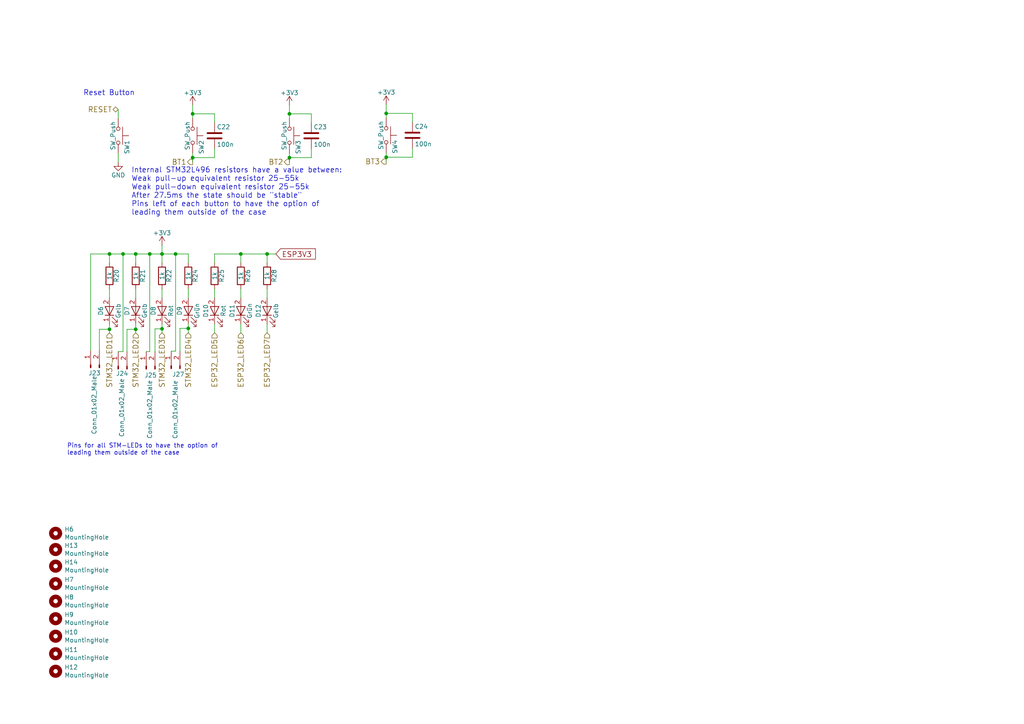
<source format=kicad_sch>
(kicad_sch (version 20200618) (host eeschema "(5.99.0-2142-ge9b99cc8b)")

  (page 1 8)

  (paper "A4")

  (title_block
    (title "RhizoTech - Motherboard - UserInterface")
    (date "2018-11-09")
    (rev "V2")
    (company "TH Köln Institut für Nachrichtentechnik")
    (comment 1 "Erstellt von Daniel Lohmann")
  )

  (lib_symbols
    (symbol "BaseCircuit_V2-rescue:C" (pin_numbers hide) (pin_names (offset 0.254))
      (property "Reference" "C" (id 0) (at 0.635 2.54 0)
        (effects (font (size 1.27 1.27)) (justify left))
      )
      (property "Value" "C" (id 1) (at 0.635 -2.54 0)
        (effects (font (size 1.27 1.27)) (justify left))
      )
      (property "Footprint" "" (id 2) (at 0.9652 -3.81 0)
        (effects (font (size 1.27 1.27)) hide)
      )
      (property "Datasheet" "" (id 3) (at 0 0 0)
        (effects (font (size 1.27 1.27)) hide)
      )
      (property "ki_fp_filters" "C_*" (id 4) (at 0 0 0)
        (effects (font (size 1.27 1.27)) hide)
      )
      (symbol "C_0_1"
        (polyline
          (pts (xy -2.032 -0.762) (xy 2.032 -0.762))
          (stroke (width 0.508)) (fill (type none))
        )
        (polyline
          (pts (xy -2.032 0.762) (xy 2.032 0.762))
          (stroke (width 0.508)) (fill (type none))
        )
      )
      (symbol "C_1_1"
        (pin passive line (at 0 3.81 270) (length 2.794)
          (name "~" (effects (font (size 1.27 1.27))))
          (number "1" (effects (font (size 1.27 1.27))))
        )
        (pin passive line (at 0 -3.81 90) (length 2.794)
          (name "~" (effects (font (size 1.27 1.27))))
          (number "2" (effects (font (size 1.27 1.27))))
        )
      )
    )
    (symbol "BaseCircuit_V2-rescue:LED" (pin_names hide)
      (property "Reference" "D" (id 0) (at 0 2.54 0)
        (effects (font (size 1.27 1.27)))
      )
      (property "Value" "LED" (id 1) (at 0 -2.54 0)
        (effects (font (size 1.27 1.27)))
      )
      (property "Footprint" "" (id 2) (at 0 0 0)
        (effects (font (size 1.27 1.27)) hide)
      )
      (property "Datasheet" "" (id 3) (at 0 0 0)
        (effects (font (size 1.27 1.27)) hide)
      )
      (property "ki_fp_filters" "LED*" (id 4) (at 0 0 0)
        (effects (font (size 1.27 1.27)) hide)
      )
      (symbol "LED_0_1"
        (polyline
          (pts (xy -1.27 -1.27) (xy -1.27 1.27))
          (stroke (width 0.2032)) (fill (type none))
        )
        (polyline
          (pts (xy -1.27 0) (xy 1.27 0))
          (stroke (width 0)) (fill (type none))
        )
        (polyline
          (pts (xy 1.27 -1.27) (xy 1.27 1.27) (xy -1.27 0) (xy 1.27 -1.27))
          (stroke (width 0.2032)) (fill (type none))
        )
        (polyline
          (pts (xy -3.048 -0.762) (xy -4.572 -2.286) (xy -3.81 -2.286) (xy -4.572 -2.286)
               (xy -4.572 -1.524)
          )
          (stroke (width 0)) (fill (type none))
        )
        (polyline
          (pts (xy -1.778 -0.762) (xy -3.302 -2.286) (xy -2.54 -2.286) (xy -3.302 -2.286)
               (xy -3.302 -1.524)
          )
          (stroke (width 0)) (fill (type none))
        )
      )
      (symbol "LED_1_1"
        (pin passive line (at -3.81 0 0) (length 2.54)
          (name "K" (effects (font (size 1.27 1.27))))
          (number "1" (effects (font (size 1.27 1.27))))
        )
        (pin passive line (at 3.81 0 180) (length 2.54)
          (name "A" (effects (font (size 1.27 1.27))))
          (number "2" (effects (font (size 1.27 1.27))))
        )
      )
    )
    (symbol "BaseCircuit_V2-rescue:R" (pin_numbers hide) (pin_names (offset 0))
      (property "Reference" "R" (id 0) (at 2.032 0 90)
        (effects (font (size 1.27 1.27)))
      )
      (property "Value" "R" (id 1) (at 0 0 90)
        (effects (font (size 1.27 1.27)))
      )
      (property "Footprint" "" (id 2) (at -1.778 0 90)
        (effects (font (size 1.27 1.27)) hide)
      )
      (property "Datasheet" "" (id 3) (at 0 0 0)
        (effects (font (size 1.27 1.27)) hide)
      )
      (property "ki_fp_filters" "R_*\nR_*" (id 4) (at 0 0 0)
        (effects (font (size 1.27 1.27)) hide)
      )
      (symbol "R_0_1"
        (rectangle (start -1.016 -2.54) (end 1.016 2.54)
          (stroke (width 0.254)) (fill (type none))
        )
      )
      (symbol "R_1_1"
        (pin passive line (at 0 3.81 270) (length 1.27)
          (name "~" (effects (font (size 1.27 1.27))))
          (number "1" (effects (font (size 1.27 1.27))))
        )
        (pin passive line (at 0 -3.81 90) (length 1.27)
          (name "~" (effects (font (size 1.27 1.27))))
          (number "2" (effects (font (size 1.27 1.27))))
        )
      )
    )
    (symbol "BaseCircuit_V2-rescue:SW_Push" (pin_numbers hide) (pin_names hide)
      (property "Reference" "SW" (id 0) (at 1.27 2.54 0)
        (effects (font (size 1.27 1.27)) (justify left))
      )
      (property "Value" "SW_Push" (id 1) (at 0 -1.524 0)
        (effects (font (size 1.27 1.27)))
      )
      (property "Footprint" "" (id 2) (at 0 5.08 0)
        (effects (font (size 1.27 1.27)) hide)
      )
      (property "Datasheet" "" (id 3) (at 0 5.08 0)
        (effects (font (size 1.27 1.27)) hide)
      )
      (symbol "SW_Push_0_1"
        (circle (center -2.032 0) (radius 0.508) (stroke (width 0)) (fill (type none)))
        (circle (center 2.032 0) (radius 0.508) (stroke (width 0)) (fill (type none)))
        (polyline
          (pts (xy 0 1.27) (xy 0 3.048))
          (stroke (width 0)) (fill (type none))
        )
        (polyline
          (pts (xy 2.54 1.27) (xy -2.54 1.27))
          (stroke (width 0)) (fill (type none))
        )
        (pin passive line (at -5.08 0 0) (length 2.54)
          (name "1" (effects (font (size 1.27 1.27))))
          (number "1" (effects (font (size 1.27 1.27))))
        )
        (pin passive line (at 5.08 0 180) (length 2.54)
          (name "2" (effects (font (size 1.27 1.27))))
          (number "2" (effects (font (size 1.27 1.27))))
        )
      )
    )
    (symbol "Connector:Conn_01x02_Male" (pin_names hide)
      (property "Reference" "J" (id 0) (at 0 2.54 0)
        (effects (font (size 1.27 1.27)))
      )
      (property "Value" "Conn_01x02_Male" (id 1) (at 0 -5.08 0)
        (effects (font (size 1.27 1.27)))
      )
      (property "Footprint" "" (id 2) (at 0 0 0)
        (effects (font (size 1.27 1.27)) hide)
      )
      (property "Datasheet" "~" (id 3) (at 0 0 0)
        (effects (font (size 1.27 1.27)) hide)
      )
      (property "ki_keywords" "connector" (id 4) (at 0 0 0)
        (effects (font (size 1.27 1.27)) hide)
      )
      (property "ki_description" "Generic connector, single row, 01x02, script generated (kicad-library-utils/schlib/autogen/connector/)" (id 5) (at 0 0 0)
        (effects (font (size 1.27 1.27)) hide)
      )
      (property "ki_fp_filters" "Connector*:*_1x??_*" (id 6) (at 0 0 0)
        (effects (font (size 1.27 1.27)) hide)
      )
      (symbol "Conn_01x02_Male_1_1"
        (rectangle (start 0.8636 -2.413) (end 0 -2.667)
          (stroke (width 0.1524)) (fill (type outline))
        )
        (rectangle (start 0.8636 0.127) (end 0 -0.127)
          (stroke (width 0.1524)) (fill (type outline))
        )
        (polyline
          (pts (xy 1.27 -2.54) (xy 0.8636 -2.54))
          (stroke (width 0.1524)) (fill (type none))
        )
        (polyline
          (pts (xy 1.27 0) (xy 0.8636 0))
          (stroke (width 0.1524)) (fill (type none))
        )
        (pin passive line (at 5.08 0 180) (length 3.81)
          (name "Pin_1" (effects (font (size 1.27 1.27))))
          (number "1" (effects (font (size 1.27 1.27))))
        )
        (pin passive line (at 5.08 -2.54 180) (length 3.81)
          (name "Pin_2" (effects (font (size 1.27 1.27))))
          (number "2" (effects (font (size 1.27 1.27))))
        )
      )
    )
    (symbol "Mechanical:MountingHole"
      (property "Reference" "H" (id 0) (at 0 5.08 0)
        (effects (font (size 1.27 1.27)))
      )
      (property "Value" "MountingHole" (id 1) (at 0 3.175 0)
        (effects (font (size 1.27 1.27)))
      )
      (property "Footprint" "" (id 2) (at 0 0 0)
        (effects (font (size 1.27 1.27)) hide)
      )
      (property "Datasheet" "~" (id 3) (at 0 0 0)
        (effects (font (size 1.27 1.27)) hide)
      )
      (property "ki_keywords" "mounting hole" (id 4) (at 0 0 0)
        (effects (font (size 1.27 1.27)) hide)
      )
      (property "ki_description" "Mounting Hole without connection" (id 5) (at 0 0 0)
        (effects (font (size 1.27 1.27)) hide)
      )
      (property "ki_fp_filters" "MountingHole*" (id 6) (at 0 0 0)
        (effects (font (size 1.27 1.27)) hide)
      )
      (symbol "MountingHole_0_1"
        (circle (center 0 0) (radius 1.27) (stroke (width 1.27)) (fill (type none)))
      )
    )
    (symbol "power:+3.3V" (power) (pin_names (offset 0))
      (property "Reference" "#PWR" (id 0) (at 0 -3.81 0)
        (effects (font (size 1.27 1.27)) hide)
      )
      (property "Value" "+3.3V" (id 1) (at 0 3.556 0)
        (effects (font (size 1.27 1.27)))
      )
      (property "Footprint" "" (id 2) (at 0 0 0)
        (effects (font (size 1.27 1.27)) hide)
      )
      (property "Datasheet" "" (id 3) (at 0 0 0)
        (effects (font (size 1.27 1.27)) hide)
      )
      (property "ki_keywords" "power-flag" (id 4) (at 0 0 0)
        (effects (font (size 1.27 1.27)) hide)
      )
      (property "ki_description" "Power symbol creates a global label with name \"+3.3V\"" (id 5) (at 0 0 0)
        (effects (font (size 1.27 1.27)) hide)
      )
      (symbol "+3.3V_0_1"
        (polyline
          (pts (xy -0.762 1.27) (xy 0 2.54))
          (stroke (width 0)) (fill (type none))
        )
        (polyline
          (pts (xy 0 0) (xy 0 2.54))
          (stroke (width 0)) (fill (type none))
        )
        (polyline
          (pts (xy 0 2.54) (xy 0.762 1.27))
          (stroke (width 0)) (fill (type none))
        )
      )
      (symbol "+3.3V_1_1"
        (pin power_in line (at 0 0 90) (length 0) hide
          (name "+3V3" (effects (font (size 1.27 1.27))))
          (number "1" (effects (font (size 1.27 1.27))))
        )
      )
    )
    (symbol "power:+3V3" (power) (pin_names (offset 0))
      (property "Reference" "#PWR" (id 0) (at 0 -3.81 0)
        (effects (font (size 1.27 1.27)) hide)
      )
      (property "Value" "+3V3" (id 1) (at 0 3.556 0)
        (effects (font (size 1.27 1.27)))
      )
      (property "Footprint" "" (id 2) (at 0 0 0)
        (effects (font (size 1.27 1.27)) hide)
      )
      (property "Datasheet" "" (id 3) (at 0 0 0)
        (effects (font (size 1.27 1.27)) hide)
      )
      (property "ki_keywords" "power-flag" (id 4) (at 0 0 0)
        (effects (font (size 1.27 1.27)) hide)
      )
      (property "ki_description" "Power symbol creates a global label with name \"+3V3\"" (id 5) (at 0 0 0)
        (effects (font (size 1.27 1.27)) hide)
      )
      (symbol "+3V3_0_1"
        (polyline
          (pts (xy -0.762 1.27) (xy 0 2.54))
          (stroke (width 0)) (fill (type none))
        )
        (polyline
          (pts (xy 0 0) (xy 0 2.54))
          (stroke (width 0)) (fill (type none))
        )
        (polyline
          (pts (xy 0 2.54) (xy 0.762 1.27))
          (stroke (width 0)) (fill (type none))
        )
      )
      (symbol "+3V3_1_1"
        (pin power_in line (at 0 0 90) (length 0) hide
          (name "+3V3" (effects (font (size 1.27 1.27))))
          (number "1" (effects (font (size 1.27 1.27))))
        )
      )
    )
    (symbol "power:GND" (power) (pin_names (offset 0))
      (property "Reference" "#PWR" (id 0) (at 0 -6.35 0)
        (effects (font (size 1.27 1.27)) hide)
      )
      (property "Value" "GND" (id 1) (at 0 -3.81 0)
        (effects (font (size 1.27 1.27)))
      )
      (property "Footprint" "" (id 2) (at 0 0 0)
        (effects (font (size 1.27 1.27)) hide)
      )
      (property "Datasheet" "" (id 3) (at 0 0 0)
        (effects (font (size 1.27 1.27)) hide)
      )
      (property "ki_keywords" "power-flag" (id 4) (at 0 0 0)
        (effects (font (size 1.27 1.27)) hide)
      )
      (property "ki_description" "Power symbol creates a global label with name \"GND\" , ground" (id 5) (at 0 0 0)
        (effects (font (size 1.27 1.27)) hide)
      )
      (symbol "GND_0_1"
        (polyline
          (pts (xy 0 0) (xy 0 -1.27) (xy 1.27 -1.27) (xy 0 -2.54)
               (xy -1.27 -1.27) (xy 0 -1.27)
          )
          (stroke (width 0)) (fill (type none))
        )
      )
      (symbol "GND_1_1"
        (pin power_in line (at 0 0 270) (length 0) hide
          (name "GND" (effects (font (size 1.27 1.27))))
          (number "1" (effects (font (size 1.27 1.27))))
        )
      )
    )
  )

  (junction (at 31.75 73.66) (diameter 0) (color 0 0 0 0))
  (junction (at 31.75 95.504) (diameter 0) (color 0 0 0 0))
  (junction (at 35.687 73.66) (diameter 0) (color 0 0 0 0))
  (junction (at 39.37 73.66) (diameter 0) (color 0 0 0 0))
  (junction (at 39.37 95.504) (diameter 0) (color 0 0 0 0))
  (junction (at 43.434 73.66) (diameter 0) (color 0 0 0 0))
  (junction (at 46.99 73.66) (diameter 0) (color 0 0 0 0))
  (junction (at 46.99 95.377) (diameter 0) (color 0 0 0 0))
  (junction (at 50.927 73.66) (diameter 0) (color 0 0 0 0))
  (junction (at 54.61 95.25) (diameter 0) (color 0 0 0 0))
  (junction (at 55.88 33.02) (diameter 0) (color 0 0 0 0))
  (junction (at 55.88 45.72) (diameter 0) (color 0 0 0 0))
  (junction (at 69.85 73.66) (diameter 0) (color 0 0 0 0))
  (junction (at 77.47 73.66) (diameter 0) (color 0 0 0 0))
  (junction (at 83.947 33.02) (diameter 0) (color 0 0 0 0))
  (junction (at 83.947 45.72) (diameter 0) (color 0 0 0 0))
  (junction (at 112.014 32.893) (diameter 0) (color 0 0 0 0))
  (junction (at 112.014 45.593) (diameter 0) (color 0 0 0 0))

  (wire (pts (xy 26.289 73.66) (xy 31.75 73.66))
    (stroke (width 0) (type solid) (color 0 0 0 0))
  )
  (wire (pts (xy 26.289 101.6) (xy 26.289 73.66))
    (stroke (width 0) (type solid) (color 0 0 0 0))
  )
  (wire (pts (xy 28.829 95.504) (xy 31.75 95.504))
    (stroke (width 0) (type solid) (color 0 0 0 0))
  )
  (wire (pts (xy 28.829 101.6) (xy 28.829 95.504))
    (stroke (width 0) (type solid) (color 0 0 0 0))
  )
  (wire (pts (xy 31.75 73.66) (xy 35.687 73.66))
    (stroke (width 0) (type solid) (color 0 0 0 0))
  )
  (wire (pts (xy 31.75 76.2) (xy 31.75 73.66))
    (stroke (width 0) (type solid) (color 0 0 0 0))
  )
  (wire (pts (xy 31.75 83.82) (xy 31.75 86.36))
    (stroke (width 0) (type solid) (color 0 0 0 0))
  )
  (wire (pts (xy 31.75 93.98) (xy 31.75 95.504))
    (stroke (width 0) (type solid) (color 0 0 0 0))
  )
  (wire (pts (xy 31.75 95.504) (xy 31.75 96.52))
    (stroke (width 0) (type solid) (color 0 0 0 0))
  )
  (wire (pts (xy 34.29 31.75) (xy 34.29 34.29))
    (stroke (width 0) (type solid) (color 0 0 0 0))
  )
  (wire (pts (xy 34.29 44.45) (xy 34.29 46.99))
    (stroke (width 0) (type solid) (color 0 0 0 0))
  )
  (wire (pts (xy 34.29 101.981) (xy 35.687 101.981))
    (stroke (width 0) (type solid) (color 0 0 0 0))
  )
  (wire (pts (xy 35.687 73.66) (xy 39.37 73.66))
    (stroke (width 0) (type solid) (color 0 0 0 0))
  )
  (wire (pts (xy 35.687 101.981) (xy 35.687 73.66))
    (stroke (width 0) (type solid) (color 0 0 0 0))
  )
  (wire (pts (xy 36.83 95.504) (xy 39.37 95.504))
    (stroke (width 0) (type solid) (color 0 0 0 0))
  )
  (wire (pts (xy 36.83 101.981) (xy 36.83 95.504))
    (stroke (width 0) (type solid) (color 0 0 0 0))
  )
  (wire (pts (xy 39.37 73.66) (xy 43.434 73.66))
    (stroke (width 0) (type solid) (color 0 0 0 0))
  )
  (wire (pts (xy 39.37 76.2) (xy 39.37 73.66))
    (stroke (width 0) (type solid) (color 0 0 0 0))
  )
  (wire (pts (xy 39.37 86.36) (xy 39.37 83.82))
    (stroke (width 0) (type solid) (color 0 0 0 0))
  )
  (wire (pts (xy 39.37 95.504) (xy 39.37 93.98))
    (stroke (width 0) (type solid) (color 0 0 0 0))
  )
  (wire (pts (xy 39.37 96.52) (xy 39.37 95.504))
    (stroke (width 0) (type solid) (color 0 0 0 0))
  )
  (wire (pts (xy 42.418 101.981) (xy 43.434 101.981))
    (stroke (width 0) (type solid) (color 0 0 0 0))
  )
  (wire (pts (xy 43.434 73.66) (xy 46.99 73.66))
    (stroke (width 0) (type solid) (color 0 0 0 0))
  )
  (wire (pts (xy 43.434 101.981) (xy 43.434 73.66))
    (stroke (width 0) (type solid) (color 0 0 0 0))
  )
  (wire (pts (xy 44.958 95.377) (xy 46.99 95.377))
    (stroke (width 0) (type solid) (color 0 0 0 0))
  )
  (wire (pts (xy 44.958 101.981) (xy 44.958 95.377))
    (stroke (width 0) (type solid) (color 0 0 0 0))
  )
  (wire (pts (xy 46.99 71.12) (xy 46.99 73.66))
    (stroke (width 0) (type solid) (color 0 0 0 0))
  )
  (wire (pts (xy 46.99 73.66) (xy 46.99 76.2))
    (stroke (width 0) (type solid) (color 0 0 0 0))
  )
  (wire (pts (xy 46.99 73.66) (xy 50.927 73.66))
    (stroke (width 0) (type solid) (color 0 0 0 0))
  )
  (wire (pts (xy 46.99 83.82) (xy 46.99 86.36))
    (stroke (width 0) (type solid) (color 0 0 0 0))
  )
  (wire (pts (xy 46.99 93.98) (xy 46.99 95.377))
    (stroke (width 0) (type solid) (color 0 0 0 0))
  )
  (wire (pts (xy 46.99 95.377) (xy 46.99 96.52))
    (stroke (width 0) (type solid) (color 0 0 0 0))
  )
  (wire (pts (xy 49.657 101.854) (xy 50.927 101.854))
    (stroke (width 0) (type solid) (color 0 0 0 0))
  )
  (wire (pts (xy 50.927 73.66) (xy 54.61 73.66))
    (stroke (width 0) (type solid) (color 0 0 0 0))
  )
  (wire (pts (xy 50.927 101.854) (xy 50.927 73.66))
    (stroke (width 0) (type solid) (color 0 0 0 0))
  )
  (wire (pts (xy 52.197 95.25) (xy 54.61 95.25))
    (stroke (width 0) (type solid) (color 0 0 0 0))
  )
  (wire (pts (xy 52.197 101.854) (xy 52.197 95.25))
    (stroke (width 0) (type solid) (color 0 0 0 0))
  )
  (wire (pts (xy 54.61 73.66) (xy 54.61 76.2))
    (stroke (width 0) (type solid) (color 0 0 0 0))
  )
  (wire (pts (xy 54.61 83.82) (xy 54.61 86.36))
    (stroke (width 0) (type solid) (color 0 0 0 0))
  )
  (wire (pts (xy 54.61 93.98) (xy 54.61 95.25))
    (stroke (width 0) (type solid) (color 0 0 0 0))
  )
  (wire (pts (xy 54.61 95.25) (xy 54.61 96.52))
    (stroke (width 0) (type solid) (color 0 0 0 0))
  )
  (wire (pts (xy 55.88 30.48) (xy 55.88 33.02))
    (stroke (width 0) (type solid) (color 0 0 0 0))
  )
  (wire (pts (xy 55.88 33.02) (xy 55.88 34.29))
    (stroke (width 0) (type solid) (color 0 0 0 0))
  )
  (wire (pts (xy 55.88 44.45) (xy 55.88 45.72))
    (stroke (width 0) (type solid) (color 0 0 0 0))
  )
  (wire (pts (xy 55.88 45.72) (xy 55.88 46.99))
    (stroke (width 0) (type solid) (color 0 0 0 0))
  )
  (wire (pts (xy 62.23 33.02) (xy 55.88 33.02))
    (stroke (width 0) (type solid) (color 0 0 0 0))
  )
  (wire (pts (xy 62.23 35.56) (xy 62.23 33.02))
    (stroke (width 0) (type solid) (color 0 0 0 0))
  )
  (wire (pts (xy 62.23 43.18) (xy 62.23 45.72))
    (stroke (width 0) (type solid) (color 0 0 0 0))
  )
  (wire (pts (xy 62.23 45.72) (xy 55.88 45.72))
    (stroke (width 0) (type solid) (color 0 0 0 0))
  )
  (wire (pts (xy 62.23 73.66) (xy 62.23 76.2))
    (stroke (width 0) (type solid) (color 0 0 0 0))
  )
  (wire (pts (xy 62.23 73.66) (xy 69.85 73.66))
    (stroke (width 0) (type solid) (color 0 0 0 0))
  )
  (wire (pts (xy 62.23 86.36) (xy 62.23 83.82))
    (stroke (width 0) (type solid) (color 0 0 0 0))
  )
  (wire (pts (xy 62.23 96.52) (xy 62.23 93.98))
    (stroke (width 0) (type solid) (color 0 0 0 0))
  )
  (wire (pts (xy 69.85 73.66) (xy 69.85 76.2))
    (stroke (width 0) (type solid) (color 0 0 0 0))
  )
  (wire (pts (xy 69.85 73.66) (xy 77.47 73.66))
    (stroke (width 0) (type solid) (color 0 0 0 0))
  )
  (wire (pts (xy 69.85 83.82) (xy 69.85 86.36))
    (stroke (width 0) (type solid) (color 0 0 0 0))
  )
  (wire (pts (xy 69.85 93.98) (xy 69.85 96.52))
    (stroke (width 0) (type solid) (color 0 0 0 0))
  )
  (wire (pts (xy 77.47 73.66) (xy 77.47 76.2))
    (stroke (width 0) (type solid) (color 0 0 0 0))
  )
  (wire (pts (xy 77.47 83.82) (xy 77.47 86.36))
    (stroke (width 0) (type solid) (color 0 0 0 0))
  )
  (wire (pts (xy 77.47 93.98) (xy 77.47 96.52))
    (stroke (width 0) (type solid) (color 0 0 0 0))
  )
  (wire (pts (xy 80.01 73.66) (xy 77.47 73.66))
    (stroke (width 0) (type solid) (color 0 0 0 0))
  )
  (wire (pts (xy 83.947 30.48) (xy 83.947 33.02))
    (stroke (width 0) (type solid) (color 0 0 0 0))
  )
  (wire (pts (xy 83.947 33.02) (xy 83.947 34.29))
    (stroke (width 0) (type solid) (color 0 0 0 0))
  )
  (wire (pts (xy 83.947 33.02) (xy 90.297 33.02))
    (stroke (width 0) (type solid) (color 0 0 0 0))
  )
  (wire (pts (xy 83.947 44.45) (xy 83.947 45.72))
    (stroke (width 0) (type solid) (color 0 0 0 0))
  )
  (wire (pts (xy 83.947 45.72) (xy 83.947 46.99))
    (stroke (width 0) (type solid) (color 0 0 0 0))
  )
  (wire (pts (xy 90.297 33.02) (xy 90.297 35.56))
    (stroke (width 0) (type solid) (color 0 0 0 0))
  )
  (wire (pts (xy 90.297 43.18) (xy 90.297 45.72))
    (stroke (width 0) (type solid) (color 0 0 0 0))
  )
  (wire (pts (xy 90.297 45.72) (xy 83.947 45.72))
    (stroke (width 0) (type solid) (color 0 0 0 0))
  )
  (wire (pts (xy 112.014 30.353) (xy 112.014 32.893))
    (stroke (width 0) (type solid) (color 0 0 0 0))
  )
  (wire (pts (xy 112.014 32.893) (xy 112.014 34.163))
    (stroke (width 0) (type solid) (color 0 0 0 0))
  )
  (wire (pts (xy 112.014 44.323) (xy 112.014 45.593))
    (stroke (width 0) (type solid) (color 0 0 0 0))
  )
  (wire (pts (xy 112.014 45.593) (xy 112.014 46.863))
    (stroke (width 0) (type solid) (color 0 0 0 0))
  )
  (wire (pts (xy 119.634 32.893) (xy 112.014 32.893))
    (stroke (width 0) (type solid) (color 0 0 0 0))
  )
  (wire (pts (xy 119.634 35.433) (xy 119.634 32.893))
    (stroke (width 0) (type solid) (color 0 0 0 0))
  )
  (wire (pts (xy 119.634 43.053) (xy 119.634 45.593))
    (stroke (width 0) (type solid) (color 0 0 0 0))
  )
  (wire (pts (xy 119.634 45.593) (xy 112.014 45.593))
    (stroke (width 0) (type solid) (color 0 0 0 0))
  )

  (text "Pins for all STM-LEDs to have the option of \nleading them outside of the case\n\n"
    (at 19.431 134.239 0)
    (effects (font (size 1.27 1.27)) (justify left bottom))
  )
  (text "Reset Button" (at 24.13 27.94 0)
    (effects (font (size 1.524 1.524)) (justify left bottom))
  )
  (text "Internal STM32L496 resistors have a value between:\nWeak pull-up equivalent resistor 25-55k\nWeak pull-down equivalent resistor 25-55k\nAfter 27.5ms the state should be \"stable\"\nPins left of each button to have the option of \nleading them outside of the case"
    (at 38.1 62.611 0)
    (effects (font (size 1.524 1.524)) (justify left bottom))
  )

  (global_label "ESP3V3" (shape input) (at 80.01 73.66 0)
    (effects (font (size 1.524 1.524)) (justify left))
  )

  (hierarchical_label "STM32_LED1" (shape input) (at 31.75 96.52 270)
    (effects (font (size 1.524 1.524)) (justify right))
  )
  (hierarchical_label "RESET" (shape bidirectional) (at 34.29 31.75 180)
    (effects (font (size 1.524 1.524)) (justify right))
  )
  (hierarchical_label "STM32_LED2" (shape input) (at 39.37 96.52 270)
    (effects (font (size 1.524 1.524)) (justify right))
  )
  (hierarchical_label "STM32_LED3" (shape input) (at 46.99 96.52 270)
    (effects (font (size 1.524 1.524)) (justify right))
  )
  (hierarchical_label "STM32_LED4" (shape input) (at 54.61 96.52 270)
    (effects (font (size 1.524 1.524)) (justify right))
  )
  (hierarchical_label "BT1" (shape output) (at 55.88 46.99 180)
    (effects (font (size 1.524 1.524)) (justify right))
  )
  (hierarchical_label "ESP32_LED5" (shape input) (at 62.23 96.52 270)
    (effects (font (size 1.524 1.524)) (justify right))
  )
  (hierarchical_label "ESP32_LED6" (shape input) (at 69.85 96.52 270)
    (effects (font (size 1.524 1.524)) (justify right))
  )
  (hierarchical_label "ESP32_LED7" (shape input) (at 77.47 96.52 270)
    (effects (font (size 1.524 1.524)) (justify right))
  )
  (hierarchical_label "BT2" (shape output) (at 83.947 46.99 180)
    (effects (font (size 1.524 1.524)) (justify right))
  )
  (hierarchical_label "BT3" (shape output) (at 112.014 46.863 180)
    (effects (font (size 1.524 1.524)) (justify right))
  )

  (symbol (lib_id "power:+3.3V") (at 46.99 71.12 0) (unit 1)
    (in_bom yes) (on_board yes)
    (uuid "00000000-0000-0000-0000-00005a703186")
    (property "Reference" "#PWR085" (id 0) (at 46.99 74.93 0)
      (effects (font (size 1.27 1.27)) hide)
    )
    (property "Value" "+3.3V" (id 1) (at 46.99 67.564 0))
    (property "Footprint" "" (id 2) (at 46.99 71.12 0)
      (effects (font (size 1.27 1.27)) hide)
    )
    (property "Datasheet" "" (id 3) (at 46.99 71.12 0)
      (effects (font (size 1.27 1.27)) hide)
    )
  )

  (symbol (lib_id "power:+3V3") (at 55.88 30.48 0) (unit 1)
    (in_bom yes) (on_board yes)
    (uuid "00000000-0000-0000-0000-00005a711db7")
    (property "Reference" "#PWR086" (id 0) (at 55.88 34.29 0)
      (effects (font (size 1.27 1.27)) hide)
    )
    (property "Value" "+3V3" (id 1) (at 55.88 26.924 0))
    (property "Footprint" "" (id 2) (at 55.88 30.48 0)
      (effects (font (size 1.27 1.27)) hide)
    )
    (property "Datasheet" "" (id 3) (at 55.88 30.48 0)
      (effects (font (size 1.27 1.27)) hide)
    )
  )

  (symbol (lib_id "power:+3V3") (at 83.947 30.48 0) (unit 1)
    (in_bom yes) (on_board yes)
    (uuid "00000000-0000-0000-0000-00005a711e98")
    (property "Reference" "#PWR087" (id 0) (at 83.947 34.29 0)
      (effects (font (size 1.27 1.27)) hide)
    )
    (property "Value" "+3V3" (id 1) (at 83.947 26.924 0))
    (property "Footprint" "" (id 2) (at 83.947 30.48 0)
      (effects (font (size 1.27 1.27)) hide)
    )
    (property "Datasheet" "" (id 3) (at 83.947 30.48 0)
      (effects (font (size 1.27 1.27)) hide)
    )
  )

  (symbol (lib_id "power:+3V3") (at 112.014 30.353 0) (unit 1)
    (in_bom yes) (on_board yes)
    (uuid "00000000-0000-0000-0000-00005a712097")
    (property "Reference" "#PWR088" (id 0) (at 112.014 34.163 0)
      (effects (font (size 1.27 1.27)) hide)
    )
    (property "Value" "+3V3" (id 1) (at 112.014 26.797 0))
    (property "Footprint" "" (id 2) (at 112.014 30.353 0)
      (effects (font (size 1.27 1.27)) hide)
    )
    (property "Datasheet" "" (id 3) (at 112.014 30.353 0)
      (effects (font (size 1.27 1.27)) hide)
    )
  )

  (symbol (lib_id "power:GND") (at 34.29 46.99 0) (unit 1)
    (in_bom yes) (on_board yes)
    (uuid "00000000-0000-0000-0000-00005a702e8f")
    (property "Reference" "#PWR084" (id 0) (at 34.29 53.34 0)
      (effects (font (size 1.27 1.27)) hide)
    )
    (property "Value" "GND" (id 1) (at 34.29 50.8 0))
    (property "Footprint" "" (id 2) (at 34.29 46.99 0)
      (effects (font (size 1.27 1.27)) hide)
    )
    (property "Datasheet" "" (id 3) (at 34.29 46.99 0)
      (effects (font (size 1.27 1.27)) hide)
    )
  )

  (symbol (lib_id "Mechanical:MountingHole") (at 16.129 154.686 0) (unit 1)
    (in_bom yes) (on_board yes)
    (uuid "00000000-0000-0000-0000-00005c47ff7a")
    (property "Reference" "H6" (id 0) (at 18.669 153.5176 0)
      (effects (font (size 1.27 1.27)) (justify left))
    )
    (property "Value" "MountingHole" (id 1) (at 18.669 155.829 0)
      (effects (font (size 1.27 1.27)) (justify left))
    )
    (property "Footprint" "MountingHole:MountingHole_3.2mm_M3" (id 2) (at 16.129 154.686 0)
      (effects (font (size 1.27 1.27)) hide)
    )
    (property "Datasheet" "~" (id 3) (at 16.129 154.686 0)
      (effects (font (size 1.27 1.27)) hide)
    )
  )

  (symbol (lib_id "Mechanical:MountingHole") (at 16.129 159.385 0) (unit 1)
    (in_bom yes) (on_board yes)
    (uuid "00000000-0000-0000-0000-00005c7f4002")
    (property "Reference" "H13" (id 0) (at 18.669 158.2166 0)
      (effects (font (size 1.27 1.27)) (justify left))
    )
    (property "Value" "MountingHole" (id 1) (at 18.669 160.528 0)
      (effects (font (size 1.27 1.27)) (justify left))
    )
    (property "Footprint" "MountingHole:MountingHole_3.2mm_M3" (id 2) (at 16.129 159.385 0)
      (effects (font (size 1.27 1.27)) hide)
    )
    (property "Datasheet" "~" (id 3) (at 16.129 159.385 0)
      (effects (font (size 1.27 1.27)) hide)
    )
  )

  (symbol (lib_id "Mechanical:MountingHole") (at 16.129 164.211 0) (unit 1)
    (in_bom yes) (on_board yes)
    (uuid "00000000-0000-0000-0000-00005c7f4592")
    (property "Reference" "H14" (id 0) (at 18.669 163.0426 0)
      (effects (font (size 1.27 1.27)) (justify left))
    )
    (property "Value" "MountingHole" (id 1) (at 18.669 165.354 0)
      (effects (font (size 1.27 1.27)) (justify left))
    )
    (property "Footprint" "MountingHole:MountingHole_3.2mm_M3" (id 2) (at 16.129 164.211 0)
      (effects (font (size 1.27 1.27)) hide)
    )
    (property "Datasheet" "~" (id 3) (at 16.129 164.211 0)
      (effects (font (size 1.27 1.27)) hide)
    )
  )

  (symbol (lib_id "Mechanical:MountingHole") (at 16.129 169.291 0) (unit 1)
    (in_bom yes) (on_board yes)
    (uuid "00000000-0000-0000-0000-00005c48183c")
    (property "Reference" "H7" (id 0) (at 18.669 168.1226 0)
      (effects (font (size 1.27 1.27)) (justify left))
    )
    (property "Value" "MountingHole" (id 1) (at 18.669 170.434 0)
      (effects (font (size 1.27 1.27)) (justify left))
    )
    (property "Footprint" "MountingHole:MountingHole_3.2mm_M3" (id 2) (at 16.129 169.291 0)
      (effects (font (size 1.27 1.27)) hide)
    )
    (property "Datasheet" "~" (id 3) (at 16.129 169.291 0)
      (effects (font (size 1.27 1.27)) hide)
    )
  )

  (symbol (lib_id "Mechanical:MountingHole") (at 16.129 174.371 0) (unit 1)
    (in_bom yes) (on_board yes)
    (uuid "00000000-0000-0000-0000-00005c481d31")
    (property "Reference" "H8" (id 0) (at 18.669 173.2026 0)
      (effects (font (size 1.27 1.27)) (justify left))
    )
    (property "Value" "MountingHole" (id 1) (at 18.669 175.514 0)
      (effects (font (size 1.27 1.27)) (justify left))
    )
    (property "Footprint" "MountingHole:MountingHole_3.2mm_M3" (id 2) (at 16.129 174.371 0)
      (effects (font (size 1.27 1.27)) hide)
    )
    (property "Datasheet" "~" (id 3) (at 16.129 174.371 0)
      (effects (font (size 1.27 1.27)) hide)
    )
  )

  (symbol (lib_id "Mechanical:MountingHole") (at 16.129 179.451 0) (unit 1)
    (in_bom yes) (on_board yes)
    (uuid "00000000-0000-0000-0000-00005c482030")
    (property "Reference" "H9" (id 0) (at 18.669 178.2826 0)
      (effects (font (size 1.27 1.27)) (justify left))
    )
    (property "Value" "MountingHole" (id 1) (at 18.669 180.594 0)
      (effects (font (size 1.27 1.27)) (justify left))
    )
    (property "Footprint" "MountingHole:MountingHole_3.2mm_M3" (id 2) (at 16.129 179.451 0)
      (effects (font (size 1.27 1.27)) hide)
    )
    (property "Datasheet" "~" (id 3) (at 16.129 179.451 0)
      (effects (font (size 1.27 1.27)) hide)
    )
  )

  (symbol (lib_id "Mechanical:MountingHole") (at 16.129 184.531 0) (unit 1)
    (in_bom yes) (on_board yes)
    (uuid "00000000-0000-0000-0000-00005c4823f6")
    (property "Reference" "H10" (id 0) (at 18.669 183.3626 0)
      (effects (font (size 1.27 1.27)) (justify left))
    )
    (property "Value" "MountingHole" (id 1) (at 18.669 185.674 0)
      (effects (font (size 1.27 1.27)) (justify left))
    )
    (property "Footprint" "MountingHole:MountingHole_3.2mm_M3" (id 2) (at 16.129 184.531 0)
      (effects (font (size 1.27 1.27)) hide)
    )
    (property "Datasheet" "~" (id 3) (at 16.129 184.531 0)
      (effects (font (size 1.27 1.27)) hide)
    )
  )

  (symbol (lib_id "Mechanical:MountingHole") (at 16.129 189.611 0) (unit 1)
    (in_bom yes) (on_board yes)
    (uuid "00000000-0000-0000-0000-00005c48260f")
    (property "Reference" "H11" (id 0) (at 18.669 188.4426 0)
      (effects (font (size 1.27 1.27)) (justify left))
    )
    (property "Value" "MountingHole" (id 1) (at 18.669 190.754 0)
      (effects (font (size 1.27 1.27)) (justify left))
    )
    (property "Footprint" "MountingHole:MountingHole_3.2mm_M3" (id 2) (at 16.129 189.611 0)
      (effects (font (size 1.27 1.27)) hide)
    )
    (property "Datasheet" "~" (id 3) (at 16.129 189.611 0)
      (effects (font (size 1.27 1.27)) hide)
    )
  )

  (symbol (lib_id "Mechanical:MountingHole") (at 16.129 194.691 0) (unit 1)
    (in_bom yes) (on_board yes)
    (uuid "00000000-0000-0000-0000-00005c4828fa")
    (property "Reference" "H12" (id 0) (at 18.669 193.5226 0)
      (effects (font (size 1.27 1.27)) (justify left))
    )
    (property "Value" "MountingHole" (id 1) (at 18.669 195.834 0)
      (effects (font (size 1.27 1.27)) (justify left))
    )
    (property "Footprint" "MountingHole:MountingHole_3.2mm_M3" (id 2) (at 16.129 194.691 0)
      (effects (font (size 1.27 1.27)) hide)
    )
    (property "Datasheet" "~" (id 3) (at 16.129 194.691 0)
      (effects (font (size 1.27 1.27)) hide)
    )
  )

  (symbol (lib_id "BaseCircuit_V2-rescue:R") (at 31.75 80.01 0) (unit 1)
    (in_bom yes) (on_board yes)
    (uuid "00000000-0000-0000-0000-00005a70307c")
    (property "Reference" "R20" (id 0) (at 33.782 80.01 90))
    (property "Value" "1k" (id 1) (at 31.75 80.01 90))
    (property "Footprint" "Resistor_SMD:R_0603_1608Metric_Pad1.05x0.95mm_HandSolder" (id 2) (at 29.972 80.01 90)
      (effects (font (size 1.27 1.27)) hide)
    )
    (property "Datasheet" "" (id 3) (at 31.75 80.01 0)
      (effects (font (size 1.27 1.27)) hide)
    )
    (property "Distributor" "Farnell" (id 4) (at 31.75 80.01 0)
      (effects (font (size 1.524 1.524)) hide)
    )
    (property "Ordercode" "2447272" (id 5) (at 31.75 80.01 0)
      (effects (font (size 1.524 1.524)) hide)
    )
    (property "Cost" "0,0042" (id 6) (at 31.75 80.01 0)
      (effects (font (size 1.524 1.524)) hide)
    )
    (property "Assembly_LED" "place" (id 7) (at 0 160.02 0)
      (effects (font (size 1.27 1.27)) hide)
    )
  )

  (symbol (lib_id "BaseCircuit_V2-rescue:R") (at 39.37 80.01 0) (unit 1)
    (in_bom yes) (on_board yes)
    (uuid "00000000-0000-0000-0000-00005a70304c")
    (property "Reference" "R21" (id 0) (at 41.402 80.01 90))
    (property "Value" "1k" (id 1) (at 39.37 80.01 90))
    (property "Footprint" "Resistor_SMD:R_0603_1608Metric_Pad1.05x0.95mm_HandSolder" (id 2) (at 37.592 80.01 90)
      (effects (font (size 1.27 1.27)) hide)
    )
    (property "Datasheet" "" (id 3) (at 39.37 80.01 0)
      (effects (font (size 1.27 1.27)) hide)
    )
    (property "Distributor" "Farnell" (id 4) (at 39.37 80.01 0)
      (effects (font (size 1.524 1.524)) hide)
    )
    (property "Ordercode" "2447272" (id 5) (at 39.37 80.01 0)
      (effects (font (size 1.524 1.524)) hide)
    )
    (property "Cost" "0,0042" (id 6) (at 39.37 80.01 0)
      (effects (font (size 1.524 1.524)) hide)
    )
    (property "Assembly_LED" "place" (id 7) (at 0 160.02 0)
      (effects (font (size 1.27 1.27)) hide)
    )
  )

  (symbol (lib_id "BaseCircuit_V2-rescue:R") (at 46.99 80.01 0) (unit 1)
    (in_bom yes) (on_board yes)
    (uuid "00000000-0000-0000-0000-00005a703018")
    (property "Reference" "R22" (id 0) (at 49.022 80.01 90))
    (property "Value" "1k" (id 1) (at 46.99 80.01 90))
    (property "Footprint" "Resistor_SMD:R_0603_1608Metric_Pad1.05x0.95mm_HandSolder" (id 2) (at 45.212 80.01 90)
      (effects (font (size 1.27 1.27)) hide)
    )
    (property "Datasheet" "" (id 3) (at 46.99 80.01 0)
      (effects (font (size 1.27 1.27)) hide)
    )
    (property "Distributor" "Farnell" (id 4) (at 46.99 80.01 0)
      (effects (font (size 1.524 1.524)) hide)
    )
    (property "Ordercode" "2447272" (id 5) (at 46.99 80.01 0)
      (effects (font (size 1.524 1.524)) hide)
    )
    (property "Cost" "0,0042" (id 6) (at 46.99 80.01 0)
      (effects (font (size 1.524 1.524)) hide)
    )
    (property "Assembly_LED" "place" (id 7) (at 0 160.02 0)
      (effects (font (size 1.27 1.27)) hide)
    )
  )

  (symbol (lib_id "BaseCircuit_V2-rescue:R") (at 54.61 80.01 0) (unit 1)
    (in_bom yes) (on_board yes)
    (uuid "00000000-0000-0000-0000-00005a71394c")
    (property "Reference" "R24" (id 0) (at 56.642 80.01 90))
    (property "Value" "1k" (id 1) (at 54.61 80.01 90))
    (property "Footprint" "Resistor_SMD:R_0603_1608Metric_Pad1.05x0.95mm_HandSolder" (id 2) (at 52.832 80.01 90)
      (effects (font (size 1.27 1.27)) hide)
    )
    (property "Datasheet" "" (id 3) (at 54.61 80.01 0)
      (effects (font (size 1.27 1.27)) hide)
    )
    (property "Distributor" "Farnell" (id 4) (at 54.61 80.01 0)
      (effects (font (size 1.524 1.524)) hide)
    )
    (property "Ordercode" "2447272" (id 5) (at 54.61 80.01 0)
      (effects (font (size 1.524 1.524)) hide)
    )
    (property "Cost" "0,0042" (id 6) (at 54.61 80.01 0)
      (effects (font (size 1.524 1.524)) hide)
    )
    (property "Assembly_LED" "place" (id 7) (at 0 160.02 0)
      (effects (font (size 1.27 1.27)) hide)
    )
  )

  (symbol (lib_id "BaseCircuit_V2-rescue:R") (at 62.23 80.01 0) (unit 1)
    (in_bom yes) (on_board yes)
    (uuid "00000000-0000-0000-0000-00005a702ff1")
    (property "Reference" "R25" (id 0) (at 64.262 80.01 90))
    (property "Value" "1k" (id 1) (at 62.23 80.01 90))
    (property "Footprint" "Resistor_SMD:R_0603_1608Metric_Pad1.05x0.95mm_HandSolder" (id 2) (at 60.452 80.01 90)
      (effects (font (size 1.27 1.27)) hide)
    )
    (property "Datasheet" "" (id 3) (at 62.23 80.01 0)
      (effects (font (size 1.27 1.27)) hide)
    )
    (property "Distributor" "Farnell" (id 4) (at 62.23 80.01 0)
      (effects (font (size 1.524 1.524)) hide)
    )
    (property "Ordercode" "2447272" (id 5) (at 62.23 80.01 0)
      (effects (font (size 1.524 1.524)) hide)
    )
    (property "Cost" "0,0042" (id 6) (at 62.23 80.01 0)
      (effects (font (size 1.524 1.524)) hide)
    )
    (property "Assembly_LED" "place" (id 7) (at 0 160.02 0)
      (effects (font (size 1.27 1.27)) hide)
    )
  )

  (symbol (lib_id "BaseCircuit_V2-rescue:R") (at 69.85 80.01 0) (unit 1)
    (in_bom yes) (on_board yes)
    (uuid "00000000-0000-0000-0000-00005a70330d")
    (property "Reference" "R26" (id 0) (at 71.882 80.01 90))
    (property "Value" "1k" (id 1) (at 69.85 80.01 90))
    (property "Footprint" "Resistor_SMD:R_0603_1608Metric_Pad1.05x0.95mm_HandSolder" (id 2) (at 68.072 80.01 90)
      (effects (font (size 1.27 1.27)) hide)
    )
    (property "Datasheet" "" (id 3) (at 69.85 80.01 0)
      (effects (font (size 1.27 1.27)) hide)
    )
    (property "Distributor" "Farnell" (id 4) (at 69.85 80.01 0)
      (effects (font (size 1.524 1.524)) hide)
    )
    (property "Ordercode" "2447272" (id 5) (at 69.85 80.01 0)
      (effects (font (size 1.524 1.524)) hide)
    )
    (property "Cost" "0,0042" (id 6) (at 69.85 80.01 0)
      (effects (font (size 1.524 1.524)) hide)
    )
    (property "Assembly_LED" "place" (id 7) (at 0 160.02 0)
      (effects (font (size 1.27 1.27)) hide)
    )
  )

  (symbol (lib_id "BaseCircuit_V2-rescue:R") (at 77.47 80.01 0) (unit 1)
    (in_bom yes) (on_board yes)
    (uuid "00000000-0000-0000-0000-00005a7137fc")
    (property "Reference" "R28" (id 0) (at 79.502 80.01 90))
    (property "Value" "1k" (id 1) (at 77.47 80.01 90))
    (property "Footprint" "Resistor_SMD:R_0603_1608Metric_Pad1.05x0.95mm_HandSolder" (id 2) (at 75.692 80.01 90)
      (effects (font (size 1.27 1.27)) hide)
    )
    (property "Datasheet" "" (id 3) (at 77.47 80.01 0)
      (effects (font (size 1.27 1.27)) hide)
    )
    (property "Distributor" "Farnell" (id 4) (at 77.47 80.01 0)
      (effects (font (size 1.524 1.524)) hide)
    )
    (property "Ordercode" "2447272" (id 5) (at 77.47 80.01 0)
      (effects (font (size 1.524 1.524)) hide)
    )
    (property "Cost" "0,0042" (id 6) (at 77.47 80.01 0)
      (effects (font (size 1.524 1.524)) hide)
    )
    (property "Assembly_LED" "place" (id 7) (at 0 160.02 0)
      (effects (font (size 1.27 1.27)) hide)
    )
  )

  (symbol (lib_id "Connector:Conn_01x02_Male") (at 26.289 106.68 90) (unit 1)
    (in_bom yes) (on_board yes)
    (uuid "00000000-0000-0000-0000-00005c87cd72")
    (property "Reference" "J23" (id 0) (at 27.432 108.204 90))
    (property "Value" "Conn_01x02_Male" (id 1) (at 27.305 117.475 0))
    (property "Footprint" "Connector_PinHeader_2.54mm:PinHeader_1x02_P2.54mm_Vertical" (id 2) (at 26.289 106.68 0)
      (effects (font (size 1.27 1.27)) hide)
    )
    (property "Datasheet" "~" (id 3) (at 26.289 106.68 0)
      (effects (font (size 1.27 1.27)) hide)
    )
    (property "Assembly_Core" "place" (id 4) (at 26.289 106.68 0)
      (effects (font (size 1.27 1.27)) hide)
    )
  )

  (symbol (lib_id "Connector:Conn_01x02_Male") (at 34.29 107.061 90) (unit 1)
    (in_bom yes) (on_board yes)
    (uuid "00000000-0000-0000-0000-00005c87ce9b")
    (property "Reference" "J24" (id 0) (at 35.433 108.331 90))
    (property "Value" "Conn_01x02_Male" (id 1) (at 35.306 118.237 0))
    (property "Footprint" "Connector_PinHeader_2.54mm:PinHeader_1x02_P2.54mm_Vertical" (id 2) (at 34.29 107.061 0)
      (effects (font (size 1.27 1.27)) hide)
    )
    (property "Datasheet" "~" (id 3) (at 34.29 107.061 0)
      (effects (font (size 1.27 1.27)) hide)
    )
    (property "Assembly_Core" "place" (id 4) (at 34.29 107.061 0)
      (effects (font (size 1.27 1.27)) hide)
    )
  )

  (symbol (lib_id "Connector:Conn_01x02_Male") (at 42.418 107.061 90) (unit 1)
    (in_bom yes) (on_board yes)
    (uuid "00000000-0000-0000-0000-00005c87cf77")
    (property "Reference" "J25" (id 0) (at 43.688 108.839 90))
    (property "Value" "Conn_01x02_Male" (id 1) (at 43.434 118.745 0))
    (property "Footprint" "Connector_PinHeader_2.54mm:PinHeader_1x02_P2.54mm_Vertical" (id 2) (at 42.418 107.061 0)
      (effects (font (size 1.27 1.27)) hide)
    )
    (property "Datasheet" "~" (id 3) (at 42.418 107.061 0)
      (effects (font (size 1.27 1.27)) hide)
    )
    (property "Assembly_Core" "place" (id 4) (at 42.418 107.061 0)
      (effects (font (size 1.27 1.27)) hide)
    )
  )

  (symbol (lib_id "Connector:Conn_01x02_Male") (at 49.657 106.934 90) (unit 1)
    (in_bom yes) (on_board yes)
    (uuid "00000000-0000-0000-0000-00005c87d036")
    (property "Reference" "J27" (id 0) (at 49.911 108.585 90)
      (effects (font (size 1.27 1.27)) (justify right))
    )
    (property "Value" "Conn_01x02_Male" (id 1) (at 50.8 110.236 0)
      (effects (font (size 1.27 1.27)) (justify right))
    )
    (property "Footprint" "Connector_PinHeader_2.54mm:PinHeader_1x02_P2.54mm_Vertical" (id 2) (at 49.657 106.934 0)
      (effects (font (size 1.27 1.27)) hide)
    )
    (property "Datasheet" "~" (id 3) (at 49.657 106.934 0)
      (effects (font (size 1.27 1.27)) hide)
    )
    (property "Assembly_Core" "place" (id 4) (at 49.657 106.934 0)
      (effects (font (size 1.27 1.27)) hide)
    )
  )

  (symbol (lib_id "BaseCircuit_V2-rescue:LED") (at 31.75 90.17 90) (unit 1)
    (in_bom yes) (on_board yes)
    (uuid "00000000-0000-0000-0000-00005a702ec0")
    (property "Reference" "D6" (id 0) (at 29.21 90.17 0))
    (property "Value" "Gelb" (id 1) (at 34.29 90.17 0))
    (property "Footprint" "LED_SMD:LED_0603_1608Metric_Pad1.05x0.95mm_HandSolder" (id 2) (at 31.75 90.17 0)
      (effects (font (size 1.27 1.27)) hide)
    )
    (property "Datasheet" "" (id 3) (at 31.75 90.17 0)
      (effects (font (size 1.27 1.27)) hide)
    )
    (property "Distributor" "Farnell" (id 4) (at 31.75 90.17 0)
      (effects (font (size 1.524 1.524)) hide)
    )
    (property "Ordercode" "2099227" (id 5) (at 31.75 90.17 0)
      (effects (font (size 1.524 1.524)) hide)
    )
    (property "Cost" "0,0525" (id 6) (at 31.75 90.17 0)
      (effects (font (size 1.524 1.524)) hide)
    )
    (property "Assembly_LED" "place" (id 7) (at 121.92 121.92 0)
      (effects (font (size 1.27 1.27)) hide)
    )
  )

  (symbol (lib_id "BaseCircuit_V2-rescue:LED") (at 39.37 90.17 90) (unit 1)
    (in_bom yes) (on_board yes)
    (uuid "00000000-0000-0000-0000-00005a702f83")
    (property "Reference" "D7" (id 0) (at 36.83 90.17 0))
    (property "Value" "Gelb" (id 1) (at 41.91 90.17 0))
    (property "Footprint" "LED_SMD:LED_0603_1608Metric_Pad1.05x0.95mm_HandSolder" (id 2) (at 39.37 90.17 0)
      (effects (font (size 1.27 1.27)) hide)
    )
    (property "Datasheet" "" (id 3) (at 39.37 90.17 0)
      (effects (font (size 1.27 1.27)) hide)
    )
    (property "Distributor" "Farnell" (id 4) (at 39.37 90.17 0)
      (effects (font (size 1.524 1.524)) hide)
    )
    (property "Ordercode" "2099227" (id 5) (at 39.37 90.17 0)
      (effects (font (size 1.524 1.524)) hide)
    )
    (property "Cost" "0,0525" (id 6) (at 39.37 90.17 0)
      (effects (font (size 1.524 1.524)) hide)
    )
    (property "Assembly_LED" "place" (id 7) (at 129.54 129.54 0)
      (effects (font (size 1.27 1.27)) hide)
    )
  )

  (symbol (lib_id "BaseCircuit_V2-rescue:LED") (at 46.99 90.17 90) (unit 1)
    (in_bom yes) (on_board yes)
    (uuid "00000000-0000-0000-0000-00005a702fa4")
    (property "Reference" "D8" (id 0) (at 44.45 90.17 0))
    (property "Value" "Rot" (id 1) (at 49.53 90.17 0))
    (property "Footprint" "LED_SMD:LED_0603_1608Metric_Pad1.05x0.95mm_HandSolder" (id 2) (at 46.99 90.17 0)
      (effects (font (size 1.27 1.27)) hide)
    )
    (property "Datasheet" "" (id 3) (at 46.99 90.17 0)
      (effects (font (size 1.27 1.27)) hide)
    )
    (property "Distributor" "Farnell" (id 4) (at 46.99 90.17 0)
      (effects (font (size 1.524 1.524)) hide)
    )
    (property "Ordercode" "2426211" (id 5) (at 46.99 90.17 0)
      (effects (font (size 1.524 1.524)) hide)
    )
    (property "Cost" "0,0697" (id 6) (at 46.99 90.17 0)
      (effects (font (size 1.524 1.524)) hide)
    )
    (property "Assembly_LED" "place" (id 7) (at 137.16 137.16 0)
      (effects (font (size 1.27 1.27)) hide)
    )
  )

  (symbol (lib_id "BaseCircuit_V2-rescue:LED") (at 54.61 90.17 90) (unit 1)
    (in_bom yes) (on_board yes)
    (uuid "00000000-0000-0000-0000-00005a713946")
    (property "Reference" "D9" (id 0) (at 52.07 90.17 0))
    (property "Value" "Grün" (id 1) (at 57.15 90.17 0))
    (property "Footprint" "LED_SMD:LED_0603_1608Metric_Pad1.05x0.95mm_HandSolder" (id 2) (at 54.61 90.17 0)
      (effects (font (size 1.27 1.27)) hide)
    )
    (property "Datasheet" "" (id 3) (at 54.61 90.17 0)
      (effects (font (size 1.27 1.27)) hide)
    )
    (property "Distributor" "Farnell" (id 4) (at 54.61 90.17 0)
      (effects (font (size 1.524 1.524)) hide)
    )
    (property "Ordercode" "2426215" (id 5) (at 54.61 90.17 0)
      (effects (font (size 1.524 1.524)) hide)
    )
    (property "Cost" "0,0506" (id 6) (at 54.61 90.17 0)
      (effects (font (size 1.524 1.524)) hide)
    )
    (property "Assembly_LED" "place" (id 7) (at 144.78 144.78 0)
      (effects (font (size 1.27 1.27)) hide)
    )
  )

  (symbol (lib_id "BaseCircuit_V2-rescue:LED") (at 62.23 90.17 90) (unit 1)
    (in_bom yes) (on_board yes)
    (uuid "00000000-0000-0000-0000-00005a702fc8")
    (property "Reference" "D10" (id 0) (at 59.69 90.17 0))
    (property "Value" "Rot" (id 1) (at 64.77 90.17 0))
    (property "Footprint" "LED_SMD:LED_0603_1608Metric_Pad1.05x0.95mm_HandSolder" (id 2) (at 62.23 90.17 0)
      (effects (font (size 1.27 1.27)) hide)
    )
    (property "Datasheet" "" (id 3) (at 62.23 90.17 0)
      (effects (font (size 1.27 1.27)) hide)
    )
    (property "Distributor" "Farnell" (id 4) (at 62.23 90.17 0)
      (effects (font (size 1.524 1.524)) hide)
    )
    (property "Ordercode" "2426211" (id 5) (at 62.23 90.17 0)
      (effects (font (size 1.524 1.524)) hide)
    )
    (property "Cost" "0,0697" (id 6) (at 62.23 90.17 0)
      (effects (font (size 1.524 1.524)) hide)
    )
    (property "Assembly_LED" "place" (id 7) (at 152.4 152.4 0)
      (effects (font (size 1.27 1.27)) hide)
    )
  )

  (symbol (lib_id "BaseCircuit_V2-rescue:LED") (at 69.85 90.17 90) (unit 1)
    (in_bom yes) (on_board yes)
    (uuid "00000000-0000-0000-0000-00005a70329c")
    (property "Reference" "D11" (id 0) (at 67.31 90.17 0))
    (property "Value" "Grün" (id 1) (at 72.39 90.17 0))
    (property "Footprint" "LED_SMD:LED_0603_1608Metric_Pad1.05x0.95mm_HandSolder" (id 2) (at 69.85 90.17 0)
      (effects (font (size 1.27 1.27)) hide)
    )
    (property "Datasheet" "" (id 3) (at 69.85 90.17 0)
      (effects (font (size 1.27 1.27)) hide)
    )
    (property "Distributor" "Farnell" (id 4) (at 69.85 90.17 0)
      (effects (font (size 1.524 1.524)) hide)
    )
    (property "Ordercode" "2426215" (id 5) (at 69.85 90.17 0)
      (effects (font (size 1.524 1.524)) hide)
    )
    (property "Cost" "0,0506" (id 6) (at 69.85 90.17 0)
      (effects (font (size 1.524 1.524)) hide)
    )
    (property "Assembly_LED" "place" (id 7) (at 160.02 160.02 0)
      (effects (font (size 1.27 1.27)) hide)
    )
  )

  (symbol (lib_id "BaseCircuit_V2-rescue:LED") (at 77.47 90.17 90) (unit 1)
    (in_bom yes) (on_board yes)
    (uuid "00000000-0000-0000-0000-00005a7137f5")
    (property "Reference" "D12" (id 0) (at 74.93 90.17 0))
    (property "Value" "Gelb" (id 1) (at 80.01 90.17 0))
    (property "Footprint" "LED_SMD:LED_0603_1608Metric_Pad1.05x0.95mm_HandSolder" (id 2) (at 77.47 90.17 0)
      (effects (font (size 1.27 1.27)) hide)
    )
    (property "Datasheet" "" (id 3) (at 77.47 90.17 0)
      (effects (font (size 1.27 1.27)) hide)
    )
    (property "Distributor" "Farnell" (id 4) (at 77.47 90.17 0)
      (effects (font (size 1.524 1.524)) hide)
    )
    (property "Ordercode" "2099227" (id 5) (at 77.47 90.17 0)
      (effects (font (size 1.524 1.524)) hide)
    )
    (property "Cost" "0,0525" (id 6) (at 77.47 90.17 0)
      (effects (font (size 1.524 1.524)) hide)
    )
    (property "Assembly_LED" "place" (id 7) (at 167.64 167.64 0)
      (effects (font (size 1.27 1.27)) hide)
    )
  )

  (symbol (lib_id "BaseCircuit_V2-rescue:C") (at 62.23 39.37 0) (unit 1)
    (in_bom yes) (on_board yes)
    (uuid "00000000-0000-0000-0000-00005a70e971")
    (property "Reference" "C22" (id 0) (at 62.865 36.83 0)
      (effects (font (size 1.27 1.27)) (justify left))
    )
    (property "Value" "100n" (id 1) (at 62.865 41.91 0)
      (effects (font (size 1.27 1.27)) (justify left))
    )
    (property "Footprint" "Capacitor_SMD:C_0603_1608Metric_Pad1.05x0.95mm_HandSolder" (id 2) (at 63.1952 43.18 0)
      (effects (font (size 1.27 1.27)) hide)
    )
    (property "Datasheet" "" (id 3) (at 62.23 39.37 0)
      (effects (font (size 1.27 1.27)) hide)
    )
    (property "Distributor" "Farnell" (id 4) (at 62.23 39.37 0)
      (effects (font (size 1.524 1.524)) hide)
    )
    (property "Ordercode" "1759017" (id 5) (at 62.23 39.37 0)
      (effects (font (size 1.524 1.524)) hide)
    )
    (property "Cost" "0,0199" (id 6) (at 62.23 39.37 0)
      (effects (font (size 1.524 1.524)) hide)
    )
    (property "Assembly_Core" "place" (id 7) (at 2.54 78.74 0)
      (effects (font (size 1.27 1.27)) hide)
    )
  )

  (symbol (lib_id "BaseCircuit_V2-rescue:C") (at 90.297 39.37 0) (unit 1)
    (in_bom yes) (on_board yes)
    (uuid "00000000-0000-0000-0000-00005a70eb23")
    (property "Reference" "C23" (id 0) (at 90.932 36.83 0)
      (effects (font (size 1.27 1.27)) (justify left))
    )
    (property "Value" "100n" (id 1) (at 90.932 41.91 0)
      (effects (font (size 1.27 1.27)) (justify left))
    )
    (property "Footprint" "Capacitor_SMD:C_0603_1608Metric_Pad1.05x0.95mm_HandSolder" (id 2) (at 91.2622 43.18 0)
      (effects (font (size 1.27 1.27)) hide)
    )
    (property "Datasheet" "" (id 3) (at 90.297 39.37 0)
      (effects (font (size 1.27 1.27)) hide)
    )
    (property "Distributor" "Farnell" (id 4) (at 90.297 39.37 0)
      (effects (font (size 1.524 1.524)) hide)
    )
    (property "Ordercode" "1759017" (id 5) (at 90.297 39.37 0)
      (effects (font (size 1.524 1.524)) hide)
    )
    (property "Cost" "0,0199" (id 6) (at 90.297 39.37 0)
      (effects (font (size 1.524 1.524)) hide)
    )
    (property "Assembly_Core" "place" (id 7) (at 11.557 78.74 0)
      (effects (font (size 1.27 1.27)) hide)
    )
  )

  (symbol (lib_id "BaseCircuit_V2-rescue:C") (at 119.634 39.243 0) (unit 1)
    (in_bom yes) (on_board yes)
    (uuid "00000000-0000-0000-0000-00005a70ebea")
    (property "Reference" "C24" (id 0) (at 120.269 36.703 0)
      (effects (font (size 1.27 1.27)) (justify left))
    )
    (property "Value" "100n" (id 1) (at 120.269 41.783 0)
      (effects (font (size 1.27 1.27)) (justify left))
    )
    (property "Footprint" "Capacitor_SMD:C_0603_1608Metric_Pad1.05x0.95mm_HandSolder" (id 2) (at 120.5992 43.053 0)
      (effects (font (size 1.27 1.27)) hide)
    )
    (property "Datasheet" "" (id 3) (at 119.634 39.243 0)
      (effects (font (size 1.27 1.27)) hide)
    )
    (property "Distributor" "Farnell" (id 4) (at 119.634 39.243 0)
      (effects (font (size 1.524 1.524)) hide)
    )
    (property "Ordercode" "1759017" (id 5) (at 119.634 39.243 0)
      (effects (font (size 1.524 1.524)) hide)
    )
    (property "Cost" "0,0199" (id 6) (at 119.634 39.243 0)
      (effects (font (size 1.524 1.524)) hide)
    )
    (property "Assembly_Core" "place" (id 7) (at 20.574 78.613 0)
      (effects (font (size 1.27 1.27)) hide)
    )
  )

  (symbol (lib_id "BaseCircuit_V2-rescue:SW_Push") (at 34.29 39.37 270) (unit 1)
    (in_bom yes) (on_board yes)
    (uuid "00000000-0000-0000-0000-00005a702dfc")
    (property "Reference" "SW1" (id 0) (at 36.83 40.64 0)
      (effects (font (size 1.27 1.27)) (justify left))
    )
    (property "Value" "SW_Push" (id 1) (at 32.766 39.37 0))
    (property "Footprint" "Button_Switch_SMD:SW_SPST_EVQQ2" (id 2) (at 39.37 39.37 0)
      (effects (font (size 1.27 1.27)) hide)
    )
    (property "Datasheet" "http://www.te.com/commerce/DocumentDelivery/DDEController?Action=showdoc&DocId=Customer+Drawing%7F1977223%7FA5%7Fpdf%7FEnglish%7FENG_CD_1977223_A5.pdf%7F1977223-1" (id 3) (at 39.37 39.37 0)
      (effects (font (size 1.27 1.27)) hide)
    )
    (property "Distributor" "Farnell" (id 4) (at 34.29 39.37 0)
      (effects (font (size 1.524 1.524)) hide)
    )
    (property "Ordercode" "2610948" (id 5) (at 34.29 39.37 0)
      (effects (font (size 1.524 1.524)) hide)
    )
    (property "Cost" "0,143" (id 6) (at 34.29 39.37 0)
      (effects (font (size 1.524 1.524)) hide)
    )
    (property "Assembly_Core" "place" (id 7) (at -5.08 5.08 0)
      (effects (font (size 1.27 1.27)) hide)
    )
  )

  (symbol (lib_id "BaseCircuit_V2-rescue:SW_Push") (at 55.88 39.37 270) (unit 1)
    (in_bom yes) (on_board yes)
    (uuid "00000000-0000-0000-0000-00005a70461f")
    (property "Reference" "SW2" (id 0) (at 58.42 40.64 0)
      (effects (font (size 1.27 1.27)) (justify left))
    )
    (property "Value" "SW_Push" (id 1) (at 54.356 39.37 0))
    (property "Footprint" "Button_Switch_SMD:SW_SPST_EVQQ2" (id 2) (at 60.96 39.37 0)
      (effects (font (size 1.27 1.27)) hide)
    )
    (property "Datasheet" "http://www.te.com/commerce/DocumentDelivery/DDEController?Action=showdoc&DocId=Customer+Drawing%7F1977223%7FA5%7Fpdf%7FEnglish%7FENG_CD_1977223_A5.pdf%7F1977223-1" (id 3) (at 60.96 39.37 0)
      (effects (font (size 1.27 1.27)) hide)
    )
    (property "Distributor" "Farnell" (id 4) (at 55.88 39.37 0)
      (effects (font (size 1.524 1.524)) hide)
    )
    (property "Ordercode" "2610948" (id 5) (at 55.88 39.37 0)
      (effects (font (size 1.524 1.524)) hide)
    )
    (property "Cost" "0,143" (id 6) (at 55.88 39.37 0)
      (effects (font (size 1.524 1.524)) hide)
    )
    (property "Assembly_Core" "place" (id 7) (at 16.51 -13.97 0)
      (effects (font (size 1.27 1.27)) hide)
    )
  )

  (symbol (lib_id "BaseCircuit_V2-rescue:SW_Push") (at 83.947 39.37 270) (unit 1)
    (in_bom yes) (on_board yes)
    (uuid "00000000-0000-0000-0000-00005a704664")
    (property "Reference" "SW3" (id 0) (at 86.487 40.64 0)
      (effects (font (size 1.27 1.27)) (justify left))
    )
    (property "Value" "SW_Push" (id 1) (at 82.423 39.37 0))
    (property "Footprint" "Button_Switch_SMD:SW_SPST_EVQQ2" (id 2) (at 89.027 39.37 0)
      (effects (font (size 1.27 1.27)) hide)
    )
    (property "Datasheet" "http://www.te.com/commerce/DocumentDelivery/DDEController?Action=showdoc&DocId=Customer+Drawing%7F1977223%7FA5%7Fpdf%7FEnglish%7FENG_CD_1977223_A5.pdf%7F1977223-1" (id 3) (at 89.027 39.37 0)
      (effects (font (size 1.27 1.27)) hide)
    )
    (property "Distributor" "Farnell" (id 4) (at 83.947 39.37 0)
      (effects (font (size 1.524 1.524)) hide)
    )
    (property "Ordercode" "2610948" (id 5) (at 83.947 39.37 0)
      (effects (font (size 1.524 1.524)) hide)
    )
    (property "Cost" "0,143" (id 6) (at 83.947 39.37 0)
      (effects (font (size 1.524 1.524)) hide)
    )
    (property "Assembly_Core" "place" (id 7) (at 44.577 -33.02 0)
      (effects (font (size 1.27 1.27)) hide)
    )
  )

  (symbol (lib_id "BaseCircuit_V2-rescue:SW_Push") (at 112.014 39.243 270) (unit 1)
    (in_bom yes) (on_board yes)
    (uuid "00000000-0000-0000-0000-00005a70da21")
    (property "Reference" "SW4" (id 0) (at 114.554 40.513 0)
      (effects (font (size 1.27 1.27)) (justify left))
    )
    (property "Value" "SW_Push" (id 1) (at 110.49 39.243 0))
    (property "Footprint" "Button_Switch_SMD:SW_SPST_EVQQ2" (id 2) (at 117.094 39.243 0)
      (effects (font (size 1.27 1.27)) hide)
    )
    (property "Datasheet" "http://www.te.com/commerce/DocumentDelivery/DDEController?Action=showdoc&DocId=Customer+Drawing%7F1977223%7FA5%7Fpdf%7FEnglish%7FENG_CD_1977223_A5.pdf%7F1977223-1" (id 3) (at 117.094 39.243 0)
      (effects (font (size 1.27 1.27)) hide)
    )
    (property "Distributor" "Farnell" (id 4) (at 112.014 39.243 0)
      (effects (font (size 1.524 1.524)) hide)
    )
    (property "Ordercode" "2610948" (id 5) (at 112.014 39.243 0)
      (effects (font (size 1.524 1.524)) hide)
    )
    (property "Cost" "0,143" (id 6) (at 112.014 39.243 0)
      (effects (font (size 1.524 1.524)) hide)
    )
    (property "Assembly_Core" "place" (id 7) (at 72.644 -52.197 0)
      (effects (font (size 1.27 1.27)) hide)
    )
  )
)

</source>
